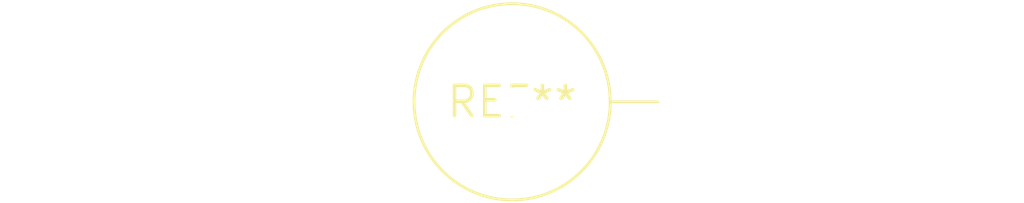
<source format=kicad_pcb>
(kicad_pcb (version 20240108) (generator pcbnew)
  (layers (0 "F.Cu" signal) (31 "B.Cu" signal) (34 "B.Paste" user) (35 "F.Paste" user) (36 "B.SilkS" user "B.Silkscreen") (37 "F.SilkS" user "F.Silkscreen") (38 "B.Mask" user) (39 "F.Mask" user) (44 "Edge.Cuts" user))
  (net 0 "")
  (footprint "L_Axial_L20.0mm_D8.0mm_P7.62mm_Vertical" (layer "F.Cu") (at 0 0)
    (property "Reference" "REF**")
    (property "Value" "L_Axial_L20.0mm_D8.0mm_P7.62mm_Vertical")
    (fp_line (start 4.12 0) (end 6.12 0) (layer "F.SilkS") (stroke (width 0.12)))
    (fp_circle (center 0 0) (end 4.12 0) (layer "F.SilkS") (stroke (width 0.12)) (fill none))
    (pad "1" thru_hole circle (at 0 0) (size 2.4 2.4) (drill 1.2) (layers *.Cu *.Mask) (remove_unused_layers))
    (pad "2" thru_hole oval (at 7.62 0) (size 2.4 2.4) (drill 1.2) (layers *.Cu *.Mask) (remove_unused_layers))
  )
)
</source>
